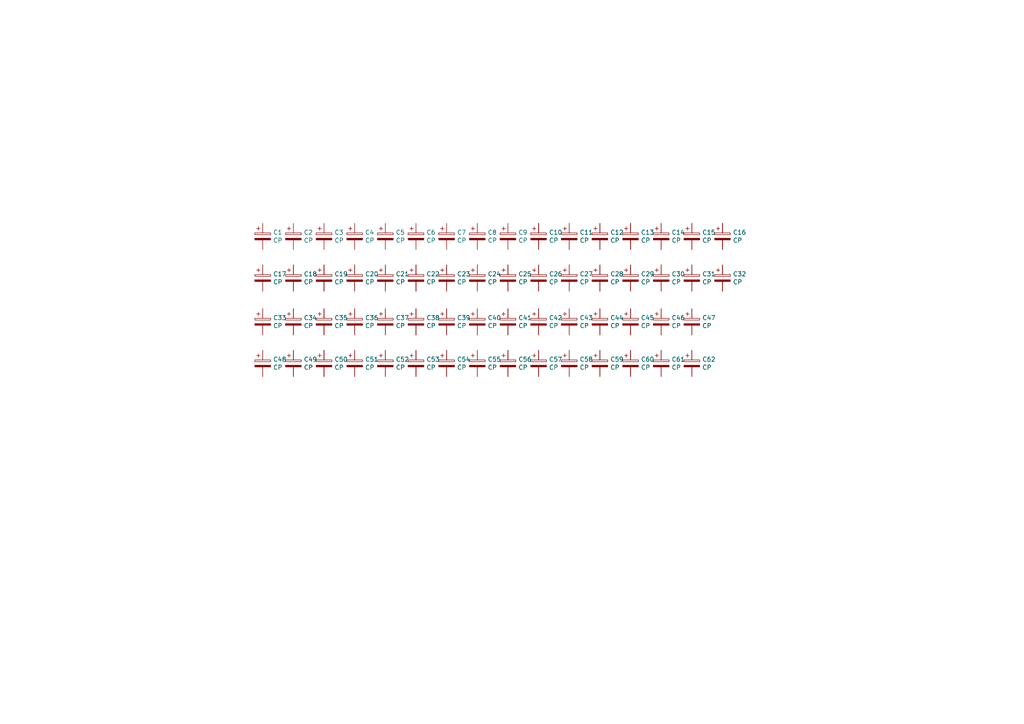
<source format=kicad_sch>
(kicad_sch (version 20211123) (generator eeschema)
  (paper "A4")
  (lib_symbols
    (symbol "Device:CP" (pin_numbers hide) (pin_names (offset 0.254))
      (property "Reference" "C" (at 0.635 2.54 0))
      (property "Value" "Device_CP" (at 0.635 -2.54 0))
      (symbol "CP_0_1"
        (rectangle (start -2.286 0.508) (end 2.286 1.016))
        (polyline (pts (xy -1.778 2.286) (xy -0.762 2.286)))
        (polyline (pts (xy -1.27 2.794) (xy -1.27 1.778)))
        (rectangle (start 2.286 -0.508) (end -2.286 -1.016) (fill (type outline)))
      )
      (symbol "CP_1_1"
        (pin passive line (at 0 3.81 270) (length 2.794) (name "~") (number "1"))
        (pin passive line (at 0 -3.81 90) (length 2.794) (name "~") (number "2"))
      )
    )
  )
  (symbol (lib_id "Device:CP") (at 76.2 68.58 0) (unit 1)
    (property "Reference" "C1" (at 79.1972 67.4116 0) (effects (justify left)))
    (property "Value" "CP" (at 79.1972 69.723 0) (effects (justify left)))
    (property "Footprint" "Capacitor_SMD:CP_Elec_3x5.3" (effects hide))
  )
  (symbol (lib_id "Device:CP") (at 85.09 68.58 0) (unit 1)
    (property "Reference" "C2" (at 88.0872 67.4116 0) (effects (justify left)))
    (property "Value" "CP" (at 88.0872 69.723 0) (effects (justify left)))
    (property "Footprint" "Capacitor_SMD:CP_Elec_3x5.4" (effects hide))
  )
  (symbol (lib_id "Device:CP") (at 93.98 68.58 0) (unit 1)
    (property "Reference" "C3" (at 96.9772 67.4116 0) (effects (justify left)))
    (property "Value" "CP" (at 96.9772 69.723 0) (effects (justify left)))
    (property "Footprint" "Capacitor_SMD:CP_Elec_4x3" (effects hide))
  )
  (symbol (lib_id "Device:CP") (at 102.87 68.58 0) (unit 1)
    (property "Reference" "C4" (at 105.8672 67.4116 0) (effects (justify left)))
    (property "Value" "CP" (at 105.8672 69.723 0) (effects (justify left)))
    (property "Footprint" "Capacitor_SMD:CP_Elec_4x3.9" (effects hide))
  )
  (symbol (lib_id "Device:CP") (at 111.76 68.58 0) (unit 1)
    (property "Reference" "C5" (at 114.7572 67.4116 0) (effects (justify left)))
    (property "Value" "CP" (at 114.7572 69.723 0) (effects (justify left)))
    (property "Footprint" "Capacitor_SMD:CP_Elec_4x4.5" (effects hide))
  )
  (symbol (lib_id "Device:CP") (at 120.65 68.58 0) (unit 1)
    (property "Reference" "C6" (at 123.6472 67.4116 0) (effects (justify left)))
    (property "Value" "CP" (at 123.6472 69.723 0) (effects (justify left)))
    (property "Footprint" "Capacitor_SMD:CP_Elec_4x5.3" (effects hide))
  )
  (symbol (lib_id "Device:CP") (at 129.54 68.58 0) (unit 1)
    (property "Reference" "C7" (at 132.5372 67.4116 0) (effects (justify left)))
    (property "Value" "CP" (at 132.5372 69.723 0) (effects (justify left)))
    (property "Footprint" "Capacitor_SMD:CP_Elec_4x5.4" (effects hide))
  )
  (symbol (lib_id "Device:CP") (at 138.43 68.58 0) (unit 1)
    (property "Reference" "C8" (at 141.4272 67.4116 0) (effects (justify left)))
    (property "Value" "CP" (at 141.4272 69.723 0) (effects (justify left)))
    (property "Footprint" "Capacitor_SMD:CP_Elec_4x5.7" (effects hide))
  )
  (symbol (lib_id "Device:CP") (at 147.32 68.58 0) (unit 1)
    (property "Reference" "C9" (at 150.3172 67.4116 0) (effects (justify left)))
    (property "Value" "CP" (at 150.3172 69.723 0) (effects (justify left)))
    (property "Footprint" "Capacitor_SMD:CP_Elec_4x5.8" (effects hide))
  )
  (symbol (lib_id "Device:CP") (at 156.21 68.58 0) (unit 1)
    (property "Reference" "C10" (at 159.2072 67.4116 0) (effects (justify left)))
    (property "Value" "CP" (at 159.2072 69.723 0) (effects (justify left)))
    (property "Footprint" "Capacitor_SMD:CP_Elec_5x3" (effects hide))
  )
  (symbol (lib_id "Device:CP") (at 165.1 68.58 0) (unit 1)
    (property "Reference" "C11" (at 168.0972 67.4116 0) (effects (justify left)))
    (property "Value" "CP" (at 168.0972 69.723 0) (effects (justify left)))
    (property "Footprint" "Capacitor_SMD:CP_Elec_5x3.9" (effects hide))
  )
  (symbol (lib_id "Device:CP") (at 173.99 68.58 0) (unit 1)
    (property "Reference" "C12" (at 176.9872 67.4116 0) (effects (justify left)))
    (property "Value" "CP" (at 176.9872 69.723 0) (effects (justify left)))
    (property "Footprint" "Capacitor_SMD:CP_Elec_5x4.4" (effects hide))
  )
  (symbol (lib_id "Device:CP") (at 182.88 68.58 0) (unit 1)
    (property "Reference" "C13" (at 185.8772 67.4116 0) (effects (justify left)))
    (property "Value" "CP" (at 185.8772 69.723 0) (effects (justify left)))
    (property "Footprint" "Capacitor_SMD:CP_Elec_5x4.5" (effects hide))
  )
  (symbol (lib_id "Device:CP") (at 191.77 68.58 0) (unit 1)
    (property "Reference" "C14" (at 194.7672 67.4116 0) (effects (justify left)))
    (property "Value" "CP" (at 194.7672 69.723 0) (effects (justify left)))
    (property "Footprint" "Capacitor_SMD:CP_Elec_5x5.3" (effects hide))
  )
  (symbol (lib_id "Device:CP") (at 200.66 68.58 0) (unit 1)
    (property "Reference" "C15" (at 203.6572 67.4116 0) (effects (justify left)))
    (property "Value" "CP" (at 203.6572 69.723 0) (effects (justify left)))
    (property "Footprint" "Capacitor_SMD:CP_Elec_5x5.4" (effects hide))
  )
  (symbol (lib_id "Device:CP") (at 209.55 68.58 0) (unit 1)
    (property "Reference" "C16" (at 212.5472 67.4116 0) (effects (justify left)))
    (property "Value" "CP" (at 212.5472 69.723 0) (effects (justify left)))
    (property "Footprint" "Capacitor_SMD:CP_Elec_5x5.7" (effects hide))
  )
  (symbol (lib_id "Device:CP") (at 76.2 80.645 0) (unit 1)
    (property "Reference" "C17" (at 79.1972 79.4766 0) (effects (justify left)))
    (property "Value" "CP" (at 79.1972 81.788 0) (effects (justify left)))
    (property "Footprint" "Capacitor_SMD:CP_Elec_5x5.8" (effects hide))
  )
  (symbol (lib_id "Device:CP") (at 85.09 80.645 0) (unit 1)
    (property "Reference" "C18" (at 88.0872 79.4766 0) (effects (justify left)))
    (property "Value" "CP" (at 88.0872 81.788 0) (effects (justify left)))
    (property "Footprint" "Capacitor_SMD:CP_Elec_5x5.9" (effects hide))
  )
  (symbol (lib_id "Device:CP") (at 93.98 80.645 0) (unit 1)
    (property "Reference" "C19" (at 96.9772 79.4766 0) (effects (justify left)))
    (property "Value" "CP" (at 96.9772 81.788 0) (effects (justify left)))
    (property "Footprint" "Capacitor_SMD:CP_Elec_6.3x3" (effects hide))
  )
  (symbol (lib_id "Device:CP") (at 102.87 80.645 0) (unit 1)
    (property "Reference" "C20" (at 105.8672 79.4766 0) (effects (justify left)))
    (property "Value" "CP" (at 105.8672 81.788 0) (effects (justify left)))
    (property "Footprint" "Capacitor_SMD:CP_Elec_6.3x3.9" (effects hide))
  )
  (symbol (lib_id "Device:CP") (at 111.76 80.645 0) (unit 1)
    (property "Reference" "C21" (at 114.7572 79.4766 0) (effects (justify left)))
    (property "Value" "CP" (at 114.7572 81.788 0) (effects (justify left)))
    (property "Footprint" "Capacitor_SMD:CP_Elec_6.3x4.5" (effects hide))
  )
  (symbol (lib_id "Device:CP") (at 120.65 80.645 0) (unit 1)
    (property "Reference" "C22" (at 123.6472 79.4766 0) (effects (justify left)))
    (property "Value" "CP" (at 123.6472 81.788 0) (effects (justify left)))
    (property "Footprint" "Capacitor_SMD:CP_Elec_6.3x4.9" (effects hide))
  )
  (symbol (lib_id "Device:CP") (at 129.54 80.645 0) (unit 1)
    (property "Reference" "C23" (at 132.5372 79.4766 0) (effects (justify left)))
    (property "Value" "CP" (at 132.5372 81.788 0) (effects (justify left)))
    (property "Footprint" "Capacitor_SMD:CP_Elec_6.3x5.2" (effects hide))
  )
  (symbol (lib_id "Device:CP") (at 138.43 80.645 0) (unit 1)
    (property "Reference" "C24" (at 141.4272 79.4766 0) (effects (justify left)))
    (property "Value" "CP" (at 141.4272 81.788 0) (effects (justify left)))
    (property "Footprint" "Capacitor_SMD:CP_Elec_6.3x5.3" (effects hide))
  )
  (symbol (lib_id "Device:CP") (at 147.32 80.645 0) (unit 1)
    (property "Reference" "C25" (at 150.3172 79.4766 0) (effects (justify left)))
    (property "Value" "CP" (at 150.3172 81.788 0) (effects (justify left)))
    (property "Footprint" "Capacitor_SMD:CP_Elec_6.3x5.4" (effects hide))
  )
  (symbol (lib_id "Device:CP") (at 156.21 80.645 0) (unit 1)
    (property "Reference" "C26" (at 159.2072 79.4766 0) (effects (justify left)))
    (property "Value" "CP" (at 159.2072 81.788 0) (effects (justify left)))
    (property "Footprint" "Capacitor_SMD:CP_Elec_6.3x5.4_Nichicon" (effects hide))
  )
  (symbol (lib_id "Device:CP") (at 165.1 80.645 0) (unit 1)
    (property "Reference" "C27" (at 168.0972 79.4766 0) (effects (justify left)))
    (property "Value" "CP" (at 168.0972 81.788 0) (effects (justify left)))
    (property "Footprint" "Capacitor_SMD:CP_Elec_6.3x5.7" (effects hide))
  )
  (symbol (lib_id "Device:CP") (at 173.99 80.645 0) (unit 1)
    (property "Reference" "C28" (at 176.9872 79.4766 0) (effects (justify left)))
    (property "Value" "CP" (at 176.9872 81.788 0) (effects (justify left)))
    (property "Footprint" "Capacitor_SMD:CP_Elec_6.3x5.8" (effects hide))
  )
  (symbol (lib_id "Device:CP") (at 182.88 80.645 0) (unit 1)
    (property "Reference" "C29" (at 185.8772 79.4766 0) (effects (justify left)))
    (property "Value" "CP" (at 185.8772 81.788 0) (effects (justify left)))
    (property "Footprint" "Capacitor_SMD:CP_Elec_6.3x5.9" (effects hide))
  )
  (symbol (lib_id "Device:CP") (at 191.77 80.645 0) (unit 1)
    (property "Reference" "C30" (at 194.7672 79.4766 0) (effects (justify left)))
    (property "Value" "CP" (at 194.7672 81.788 0) (effects (justify left)))
    (property "Footprint" "Capacitor_SMD:CP_Elec_6.3x7.7" (effects hide))
  )
  (symbol (lib_id "Device:CP") (at 200.66 80.645 0) (unit 1)
    (property "Reference" "C31" (at 203.6572 79.4766 0) (effects (justify left)))
    (property "Value" "CP" (at 203.6572 81.788 0) (effects (justify left)))
    (property "Footprint" "Capacitor_SMD:CP_Elec_6.3x9.9" (effects hide))
  )
  (symbol (lib_id "Device:CP") (at 209.55 80.645 0) (unit 1)
    (property "Reference" "C32" (at 212.5472 79.4766 0) (effects (justify left)))
    (property "Value" "CP" (at 212.5472 81.788 0) (effects (justify left)))
    (property "Footprint" "Capacitor_SMD:CP_Elec_8x5.4" (effects hide))
  )
  (symbol (lib_id "Device:CP") (at 76.2 93.345 0) (unit 1)
    (property "Reference" "C33" (at 79.1972 92.1766 0) (effects (justify left)))
    (property "Value" "CP" (at 79.1972 94.488 0) (effects (justify left)))
    (property "Footprint" "Capacitor_SMD:CP_Elec_8x6.2" (effects hide))
  )
  (symbol (lib_id "Device:CP") (at 85.09 93.345 0) (unit 1)
    (property "Reference" "C34" (at 88.0872 92.1766 0) (effects (justify left)))
    (property "Value" "CP" (at 88.0872 94.488 0) (effects (justify left)))
    (property "Footprint" "Capacitor_SMD:CP_Elec_8x6.5" (effects hide))
  )
  (symbol (lib_id "Device:CP") (at 93.98 93.345 0) (unit 1)
    (property "Reference" "C35" (at 96.9772 92.1766 0) (effects (justify left)))
    (property "Value" "CP" (at 96.9772 94.488 0) (effects (justify left)))
    (property "Footprint" "Capacitor_SMD:CP_Elec_8x6.7" (effects hide))
  )
  (symbol (lib_id "Device:CP") (at 102.87 93.345 0) (unit 1)
    (property "Reference" "C36" (at 105.8672 92.1766 0) (effects (justify left)))
    (property "Value" "CP" (at 105.8672 94.488 0) (effects (justify left)))
    (property "Footprint" "Capacitor_SMD:CP_Elec_8x6.9" (effects hide))
  )
  (symbol (lib_id "Device:CP") (at 111.76 93.345 0) (unit 1)
    (property "Reference" "C37" (at 114.7572 92.1766 0) (effects (justify left)))
    (property "Value" "CP" (at 114.7572 94.488 0) (effects (justify left)))
    (property "Footprint" "Capacitor_SMD:CP_Elec_8x10" (effects hide))
  )
  (symbol (lib_id "Device:CP") (at 120.65 93.345 0) (unit 1)
    (property "Reference" "C38" (at 123.6472 92.1766 0) (effects (justify left)))
    (property "Value" "CP" (at 123.6472 94.488 0) (effects (justify left)))
    (property "Footprint" "Capacitor_SMD:CP_Elec_8x10.5" (effects hide))
  )
  (symbol (lib_id "Device:CP") (at 129.54 93.345 0) (unit 1)
    (property "Reference" "C39" (at 132.5372 92.1766 0) (effects (justify left)))
    (property "Value" "CP" (at 132.5372 94.488 0) (effects (justify left)))
    (property "Footprint" "Capacitor_SMD:CP_Elec_8x11.9" (effects hide))
  )
  (symbol (lib_id "Device:CP") (at 138.43 93.345 0) (unit 1)
    (property "Reference" "C40" (at 141.4272 92.1766 0) (effects (justify left)))
    (property "Value" "CP" (at 141.4272 94.488 0) (effects (justify left)))
    (property "Footprint" "Capacitor_SMD:CP_Elec_10x7.7" (effects hide))
  )
  (symbol (lib_id "Device:CP") (at 147.32 93.345 0) (unit 1)
    (property "Reference" "C41" (at 150.3172 92.1766 0) (effects (justify left)))
    (property "Value" "CP" (at 150.3172 94.488 0) (effects (justify left)))
    (property "Footprint" "Capacitor_SMD:CP_Elec_10x7.9" (effects hide))
  )
  (symbol (lib_id "Device:CP") (at 156.21 93.345 0) (unit 1)
    (property "Reference" "C42" (at 159.2072 92.1766 0) (effects (justify left)))
    (property "Value" "CP" (at 159.2072 94.488 0) (effects (justify left)))
    (property "Footprint" "Capacitor_SMD:CP_Elec_10x10" (effects hide))
  )
  (symbol (lib_id "Device:CP") (at 165.1 93.345 0) (unit 1)
    (property "Reference" "C43" (at 168.0972 92.1766 0) (effects (justify left)))
    (property "Value" "CP" (at 168.0972 94.488 0) (effects (justify left)))
    (property "Footprint" "Capacitor_SMD:CP_Elec_10x10.5" (effects hide))
  )
  (symbol (lib_id "Device:CP") (at 173.99 93.345 0) (unit 1)
    (property "Reference" "C44" (at 176.9872 92.1766 0) (effects (justify left)))
    (property "Value" "CP" (at 176.9872 94.488 0) (effects (justify left)))
    (property "Footprint" "Capacitor_SMD:CP_Elec_10x12.5" (effects hide))
  )
  (symbol (lib_id "Device:CP") (at 182.88 93.345 0) (unit 1)
    (property "Reference" "C45" (at 185.8772 92.1766 0) (effects (justify left)))
    (property "Value" "CP" (at 185.8772 94.488 0) (effects (justify left)))
    (property "Footprint" "Capacitor_SMD:CP_Elec_10x12.6" (effects hide))
  )
  (symbol (lib_id "Device:CP") (at 191.77 93.345 0) (unit 1)
    (property "Reference" "C46" (at 194.7672 92.1766 0) (effects (justify left)))
    (property "Value" "CP" (at 194.7672 94.488 0) (effects (justify left)))
    (property "Footprint" "Capacitor_SMD:CP_Elec_10x14.3" (effects hide))
  )
  (symbol (lib_id "Device:CP") (at 200.66 93.345 0) (unit 1)
    (property "Reference" "C47" (at 203.6572 92.1766 0) (effects (justify left)))
    (property "Value" "CP" (at 203.6572 94.488 0) (effects (justify left)))
    (property "Footprint" "Capacitor_SMD:CP_Elec_16x17.5" (effects hide))
  )
  (symbol (lib_id "Device:CP") (at 76.2 105.41 0) (unit 1)
    (property "Reference" "C48" (at 79.1972 104.2416 0) (effects (justify left)))
    (property "Value" "CP" (at 79.1972 106.553 0) (effects (justify left)))
    (property "Footprint" "Capacitor_SMD:CP_Elec_16x22" (effects hide))
  )
  (symbol (lib_id "Device:CP") (at 85.09 105.41 0) (unit 1)
    (property "Reference" "C49" (at 88.0872 104.2416 0) (effects (justify left)))
    (property "Value" "CP" (at 88.0872 106.553 0) (effects (justify left)))
    (property "Footprint" "Capacitor_SMD:CP_Elec_18x17.5" (effects hide))
  )
  (symbol (lib_id "Device:CP") (at 93.98 105.41 0) (unit 1)
    (property "Reference" "C50" (at 96.9772 104.2416 0) (effects (justify left)))
    (property "Value" "CP" (at 96.9772 106.553 0) (effects (justify left)))
    (property "Footprint" "Capacitor_SMD:CP_Elec_18x22" (effects hide))
  )
  (symbol (lib_id "Device:CP") (at 102.87 105.41 0) (unit 1)
    (property "Reference" "C51" (at 105.8672 104.2416 0) (effects (justify left)))
    (property "Value" "CP" (at 105.8672 106.553 0) (effects (justify left)))
    (property "Footprint" "Capacitor_SMD:C_Elec_3x5.4" (effects hide))
  )
  (symbol (lib_id "Device:CP") (at 111.76 105.41 0) (unit 1)
    (property "Reference" "C52" (at 114.7572 104.2416 0) (effects (justify left)))
    (property "Value" "CP" (at 114.7572 106.553 0) (effects (justify left)))
    (property "Footprint" "Capacitor_SMD:C_Elec_4x5.4" (effects hide))
  )
  (symbol (lib_id "Device:CP") (at 120.65 105.41 0) (unit 1)
    (property "Reference" "C53" (at 123.6472 104.2416 0) (effects (justify left)))
    (property "Value" "CP" (at 123.6472 106.553 0) (effects (justify left)))
    (property "Footprint" "Capacitor_SMD:C_Elec_4x5.8" (effects hide))
  )
  (symbol (lib_id "Device:CP") (at 129.54 105.41 0) (unit 1)
    (property "Reference" "C54" (at 132.5372 104.2416 0) (effects (justify left)))
    (property "Value" "CP" (at 132.5372 106.553 0) (effects (justify left)))
    (property "Footprint" "Capacitor_SMD:C_Elec_5x5.4" (effects hide))
  )
  (symbol (lib_id "Device:CP") (at 138.43 105.41 0) (unit 1)
    (property "Reference" "C55" (at 141.4272 104.2416 0) (effects (justify left)))
    (property "Value" "CP" (at 141.4272 106.553 0) (effects (justify left)))
    (property "Footprint" "Capacitor_SMD:C_Elec_5x5.8" (effects hide))
  )
  (symbol (lib_id "Device:CP") (at 147.32 105.41 0) (unit 1)
    (property "Reference" "C56" (at 150.3172 104.2416 0) (effects (justify left)))
    (property "Value" "CP" (at 150.3172 106.553 0) (effects (justify left)))
    (property "Footprint" "Capacitor_SMD:C_Elec_6.3x5.4" (effects hide))
  )
  (symbol (lib_id "Device:CP") (at 156.21 105.41 0) (unit 1)
    (property "Reference" "C57" (at 159.2072 104.2416 0) (effects (justify left)))
    (property "Value" "CP" (at 159.2072 106.553 0) (effects (justify left)))
    (property "Footprint" "Capacitor_SMD:C_Elec_6.3x5.8" (effects hide))
  )
  (symbol (lib_id "Device:CP") (at 165.1 105.41 0) (unit 1)
    (property "Reference" "C58" (at 168.0972 104.2416 0) (effects (justify left)))
    (property "Value" "CP" (at 168.0972 106.553 0) (effects (justify left)))
    (property "Footprint" "Capacitor_SMD:C_Elec_6.3x7.7" (effects hide))
  )
  (symbol (lib_id "Device:CP") (at 173.99 105.41 0) (unit 1)
    (property "Reference" "C59" (at 176.9872 104.2416 0) (effects (justify left)))
    (property "Value" "CP" (at 176.9872 106.553 0) (effects (justify left)))
    (property "Footprint" "Capacitor_SMD:C_Elec_8x5.4" (effects hide))
  )
  (symbol (lib_id "Device:CP") (at 182.88 105.41 0) (unit 1)
    (property "Reference" "C60" (at 185.8772 104.2416 0) (effects (justify left)))
    (property "Value" "CP" (at 185.8772 106.553 0) (effects (justify left)))
    (property "Footprint" "Capacitor_SMD:C_Elec_8x6.2" (effects hide))
  )
  (symbol (lib_id "Device:CP") (at 191.77 105.41 0) (unit 1)
    (property "Reference" "C61" (at 194.7672 104.2416 0) (effects (justify left)))
    (property "Value" "CP" (at 194.7672 106.553 0) (effects (justify left)))
    (property "Footprint" "Capacitor_SMD:C_Elec_8x10.2" (effects hide))
  )
  (symbol (lib_id "Device:CP") (at 200.66 105.41 0) (unit 1)
    (property "Reference" "C62" (at 203.6572 104.2416 0) (effects (justify left)))
    (property "Value" "CP" (at 203.6572 106.553 0) (effects (justify left)))
    (property "Footprint" "Capacitor_SMD:C_Elec_10x10.2" (effects hide))
  )
)
</source>
